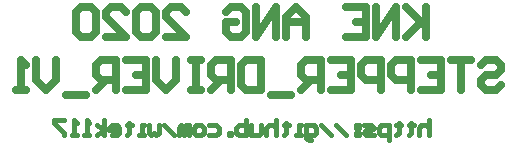
<source format=gbo>
G04*
G04 #@! TF.GenerationSoftware,Altium Limited,Altium Designer,20.0.13 (296)*
G04*
G04 Layer_Color=32896*
%FSLAX25Y25*%
%MOIN*%
G70*
G01*
G75*
%ADD73C,0.01500*%
%ADD84C,0.02500*%
D73*
X140000Y86164D02*
Y81166D01*
Y83665D01*
X139167Y84498D01*
X137501D01*
X136668Y83665D01*
Y81166D01*
X134169Y85331D02*
Y84498D01*
X135002D01*
X133335D01*
X134169D01*
Y81999D01*
X133335Y81166D01*
X130003Y85331D02*
Y84498D01*
X130836D01*
X129170D01*
X130003D01*
Y81999D01*
X129170Y81166D01*
X126671Y79500D02*
Y84498D01*
X124172D01*
X123339Y83665D01*
Y81999D01*
X124172Y81166D01*
X126671D01*
X121673D02*
X119173D01*
X118340Y81999D01*
X119173Y82832D01*
X120840D01*
X121673Y83665D01*
X120840Y84498D01*
X118340D01*
X116674D02*
X115841D01*
Y83665D01*
X116674D01*
Y84498D01*
Y81999D02*
X115841D01*
Y81166D01*
X116674D01*
Y81999D01*
X112509Y81166D02*
X109177Y84498D01*
X107510Y81166D02*
X104178Y84498D01*
X100846Y79500D02*
X100013D01*
X99180Y80333D01*
Y84498D01*
X101679D01*
X102512Y83665D01*
Y81999D01*
X101679Y81166D01*
X99180D01*
X97514D02*
X95848D01*
X96681D01*
Y84498D01*
X97514D01*
X92515Y85331D02*
Y84498D01*
X93348D01*
X91682D01*
X92515D01*
Y81999D01*
X91682Y81166D01*
X89183Y86164D02*
Y81166D01*
Y83665D01*
X88350Y84498D01*
X86684D01*
X85851Y83665D01*
Y81166D01*
X84185Y84498D02*
Y81999D01*
X83352Y81166D01*
X80853D01*
Y84498D01*
X79186Y86164D02*
Y81166D01*
X76687D01*
X75854Y81999D01*
Y82832D01*
Y83665D01*
X76687Y84498D01*
X79186D01*
X74188Y81166D02*
Y81999D01*
X73355D01*
Y81166D01*
X74188D01*
X66690Y84498D02*
X69190D01*
X70023Y83665D01*
Y81999D01*
X69190Y81166D01*
X66690D01*
X64191D02*
X62525D01*
X61692Y81999D01*
Y83665D01*
X62525Y84498D01*
X64191D01*
X65024Y83665D01*
Y81999D01*
X64191Y81166D01*
X60026D02*
Y84498D01*
X59193D01*
X58360Y83665D01*
Y81166D01*
Y83665D01*
X57527Y84498D01*
X56694Y83665D01*
Y81166D01*
X55028D02*
X51695Y84498D01*
X50029D02*
Y81999D01*
X49196Y81166D01*
X48363Y81999D01*
X47530Y81166D01*
X46697Y81999D01*
Y84498D01*
X45031Y81166D02*
X43365D01*
X44198D01*
Y84498D01*
X45031D01*
X40032Y85331D02*
Y84498D01*
X40865D01*
X39199D01*
X40032D01*
Y81999D01*
X39199Y81166D01*
X34201D02*
X35867D01*
X36700Y81999D01*
Y83665D01*
X35867Y84498D01*
X34201D01*
X33368Y83665D01*
Y82832D01*
X36700D01*
X31702Y81166D02*
Y86164D01*
Y82832D02*
X29203Y84498D01*
X31702Y82832D02*
X29203Y81166D01*
X26703D02*
X25037D01*
X25870D01*
Y86164D01*
X26703Y85331D01*
X22538Y81166D02*
X20872D01*
X21705D01*
Y86164D01*
X22538Y85331D01*
X18373Y86164D02*
X15041D01*
Y85331D01*
X18373Y81999D01*
Y81166D01*
D84*
X157335Y104497D02*
X159002Y106163D01*
X162334D01*
X164000Y104497D01*
Y102831D01*
X162334Y101164D01*
X159002D01*
X157335Y99498D01*
Y97832D01*
X159002Y96166D01*
X162334D01*
X164000Y97832D01*
X154003Y106163D02*
X147339D01*
X150671D01*
Y96166D01*
X137342Y106163D02*
X144007D01*
Y96166D01*
X137342D01*
X144007Y101164D02*
X140674D01*
X134010Y96166D02*
Y106163D01*
X129011D01*
X127345Y104497D01*
Y101164D01*
X129011Y99498D01*
X134010D01*
X124013Y96166D02*
Y106163D01*
X119015D01*
X117348Y104497D01*
Y101164D01*
X119015Y99498D01*
X124013D01*
X107352Y106163D02*
X114016D01*
Y96166D01*
X107352D01*
X114016Y101164D02*
X110684D01*
X104019Y96166D02*
Y106163D01*
X99021D01*
X97355Y104497D01*
Y101164D01*
X99021Y99498D01*
X104019D01*
X100687D02*
X97355Y96166D01*
X94023Y94500D02*
X87358D01*
X84026Y106163D02*
Y96166D01*
X79027D01*
X77361Y97832D01*
Y104497D01*
X79027Y106163D01*
X84026D01*
X74029Y96166D02*
Y106163D01*
X69031D01*
X67365Y104497D01*
Y101164D01*
X69031Y99498D01*
X74029D01*
X70697D02*
X67365Y96166D01*
X64032Y106163D02*
X60700D01*
X62366D01*
Y96166D01*
X64032D01*
X60700D01*
X55702Y106163D02*
Y99498D01*
X52369Y96166D01*
X49037Y99498D01*
Y106163D01*
X39040D02*
X45705D01*
Y96166D01*
X39040D01*
X45705Y101164D02*
X42373D01*
X35708Y96166D02*
Y106163D01*
X30710D01*
X29044Y104497D01*
Y101164D01*
X30710Y99498D01*
X35708D01*
X32376D02*
X29044Y96166D01*
X25711Y94500D02*
X19047D01*
X15715Y106163D02*
Y99498D01*
X12382Y96166D01*
X9050Y99498D01*
Y106163D01*
X5718Y96166D02*
X2386D01*
X4052D01*
Y106163D01*
X5718Y104497D01*
X139000Y123997D02*
Y114000D01*
Y117332D01*
X132335Y123997D01*
X137334Y118998D01*
X132335Y114000D01*
X129003D02*
Y123997D01*
X122339Y114000D01*
Y123997D01*
X112342D02*
X119007D01*
Y114000D01*
X112342D01*
X119007Y118998D02*
X115674D01*
X99013Y114000D02*
Y120665D01*
X95681Y123997D01*
X92348Y120665D01*
Y114000D01*
Y118998D01*
X99013D01*
X89016Y114000D02*
Y123997D01*
X82352Y114000D01*
Y123997D01*
X72355Y122331D02*
X74021Y123997D01*
X77353D01*
X79019Y122331D01*
Y115666D01*
X77353Y114000D01*
X74021D01*
X72355Y115666D01*
Y118998D01*
X75687D01*
X52361Y114000D02*
X59026D01*
X52361Y120665D01*
Y122331D01*
X54027Y123997D01*
X57360D01*
X59026Y122331D01*
X49029D02*
X47363Y123997D01*
X44031D01*
X42365Y122331D01*
Y115666D01*
X44031Y114000D01*
X47363D01*
X49029Y115666D01*
Y122331D01*
X32368Y114000D02*
X39032D01*
X32368Y120665D01*
Y122331D01*
X34034Y123997D01*
X37366D01*
X39032Y122331D01*
X29035D02*
X27369Y123997D01*
X24037D01*
X22371Y122331D01*
Y115666D01*
X24037Y114000D01*
X27369D01*
X29035Y115666D01*
Y122331D01*
M02*

</source>
